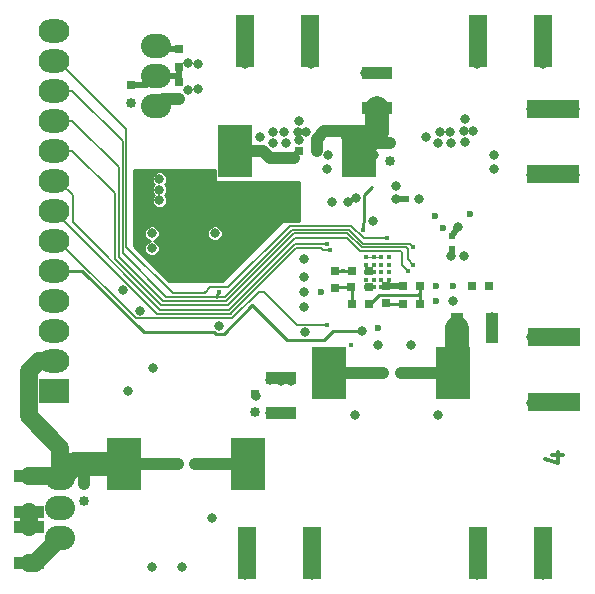
<source format=gbr>
G04 #@! TF.GenerationSoftware,KiCad,Pcbnew,5.0.2-bee76a0~70~ubuntu18.04.1*
G04 #@! TF.CreationDate,2020-07-03T21:26:00+02:00*
G04 #@! TF.ProjectId,lmx2594,6c6d7832-3539-4342-9e6b-696361645f70,rev?*
G04 #@! TF.SameCoordinates,PX463f660PY71d9820*
G04 #@! TF.FileFunction,Copper,L4,Bot*
G04 #@! TF.FilePolarity,Positive*
%FSLAX46Y46*%
G04 Gerber Fmt 4.6, Leading zero omitted, Abs format (unit mm)*
G04 Created by KiCad (PCBNEW 5.0.2-bee76a0~70~ubuntu18.04.1) date fre  3 jul 2020 21:26:00*
%MOMM*%
%LPD*%
G01*
G04 APERTURE LIST*
G04 #@! TA.AperFunction,NonConductor*
%ADD10C,0.300000*%
G04 #@! TD*
G04 #@! TA.AperFunction,ComponentPad*
%ADD11R,2.600000X2.000000*%
G04 #@! TD*
G04 #@! TA.AperFunction,ComponentPad*
%ADD12O,2.600000X2.000000*%
G04 #@! TD*
G04 #@! TA.AperFunction,SMDPad,CuDef*
%ADD13R,2.900680X4.500880*%
G04 #@! TD*
G04 #@! TA.AperFunction,ComponentPad*
%ADD14O,2.540000X2.032000*%
G04 #@! TD*
G04 #@! TA.AperFunction,SMDPad,CuDef*
%ADD15R,0.750000X0.800000*%
G04 #@! TD*
G04 #@! TA.AperFunction,SMDPad,CuDef*
%ADD16R,0.800000X0.750000*%
G04 #@! TD*
G04 #@! TA.AperFunction,SMDPad,CuDef*
%ADD17R,0.600000X0.500000*%
G04 #@! TD*
G04 #@! TA.AperFunction,SMDPad,CuDef*
%ADD18R,0.500000X0.600000*%
G04 #@! TD*
G04 #@! TA.AperFunction,SMDPad,CuDef*
%ADD19R,1.500000X4.500000*%
G04 #@! TD*
G04 #@! TA.AperFunction,SMDPad,CuDef*
%ADD20R,4.500000X1.500000*%
G04 #@! TD*
G04 #@! TA.AperFunction,SMDPad,CuDef*
%ADD21R,2.500000X1.000000*%
G04 #@! TD*
G04 #@! TA.AperFunction,SMDPad,CuDef*
%ADD22R,1.000000X2.500000*%
G04 #@! TD*
G04 #@! TA.AperFunction,ViaPad*
%ADD23C,0.800000*%
G04 #@! TD*
G04 #@! TA.AperFunction,ViaPad*
%ADD24C,0.450000*%
G04 #@! TD*
G04 #@! TA.AperFunction,ViaPad*
%ADD25C,0.600000*%
G04 #@! TD*
G04 #@! TA.AperFunction,Conductor*
%ADD26C,0.088900*%
G04 #@! TD*
G04 #@! TA.AperFunction,Conductor*
%ADD27C,0.500000*%
G04 #@! TD*
G04 #@! TA.AperFunction,Conductor*
%ADD28C,1.500000*%
G04 #@! TD*
G04 #@! TA.AperFunction,Conductor*
%ADD29C,1.000000*%
G04 #@! TD*
G04 #@! TA.AperFunction,Conductor*
%ADD30C,0.292100*%
G04 #@! TD*
G04 #@! TA.AperFunction,Conductor*
%ADD31C,2.000000*%
G04 #@! TD*
G04 #@! TA.AperFunction,Conductor*
%ADD32C,0.250000*%
G04 #@! TD*
G04 #@! TA.AperFunction,Conductor*
%ADD33C,0.205000*%
G04 #@! TD*
G04 #@! TA.AperFunction,Conductor*
%ADD34C,0.254000*%
G04 #@! TD*
G04 APERTURE END LIST*
D10*
X45652571Y10826715D02*
X46652571Y10826715D01*
X45081142Y10469572D02*
X46152571Y10112429D01*
X46152571Y11041000D01*
D11*
G04 #@! TO.P,J3,1*
G04 #@! TO.N,/VIN*
X3556000Y16256000D03*
D12*
G04 #@! TO.P,J3,2*
G04 #@! TO.N,/5V_unfilt*
X3556000Y18796000D03*
G04 #@! TO.P,J3,3*
G04 #@! TO.N,GND*
X3556000Y21336000D03*
G04 #@! TO.P,J3,4*
G04 #@! TO.N,/3V3*
X3556000Y23876000D03*
G04 #@! TO.P,J3,5*
G04 #@! TO.N,/SYNC*
X3556000Y26416000D03*
G04 #@! TO.P,J3,6*
G04 #@! TO.N,/CE*
X3556000Y28956000D03*
G04 #@! TO.P,J3,7*
G04 #@! TO.N,/RAMPDIR*
X3556000Y31496000D03*
G04 #@! TO.P,J3,8*
G04 #@! TO.N,/RAMPCLK*
X3556000Y34036000D03*
G04 #@! TO.P,J3,9*
G04 #@! TO.N,/SCK*
X3556000Y36576000D03*
G04 #@! TO.P,J3,10*
G04 #@! TO.N,/SDI*
X3556000Y39116000D03*
G04 #@! TO.P,J3,11*
G04 #@! TO.N,/MUX*
X3556000Y41656000D03*
G04 #@! TO.P,J3,12*
G04 #@! TO.N,/CSB*
X3556000Y44196000D03*
G04 #@! TO.P,J3,13*
G04 #@! TO.N,/SYSREFREQ*
X3556000Y46736000D03*
G04 #@! TD*
D13*
G04 #@! TO.P,L1,1*
G04 #@! TO.N,/3V3*
X26797000Y17780000D03*
G04 #@! TO.P,L1,2*
G04 #@! TO.N,/VRF*
X37297360Y17780000D03*
G04 #@! TD*
G04 #@! TO.P,L3,1*
G04 #@! TO.N,/5V_unfilt*
X9481820Y10033000D03*
G04 #@! TO.P,L3,2*
G04 #@! TO.N,/5V*
X19982180Y10033000D03*
G04 #@! TD*
G04 #@! TO.P,L5,1*
G04 #@! TO.N,/3V3*
X18836640Y36576000D03*
G04 #@! TO.P,L5,2*
G04 #@! TO.N,/VCC*
X29337000Y36576000D03*
G04 #@! TD*
D14*
G04 #@! TO.P,U1,2*
G04 #@! TO.N,GND*
X12192000Y42926000D03*
G04 #@! TO.P,U1,3*
G04 #@! TO.N,/9V*
X12192000Y45466000D03*
G04 #@! TO.P,U1,1*
G04 #@! TO.N,/VIN*
X12192000Y40386000D03*
G04 #@! TD*
D15*
G04 #@! TO.P,C2,2*
G04 #@! TO.N,GND*
X10033000Y42140000D03*
G04 #@! TO.P,C2,1*
G04 #@! TO.N,/VIN*
X10033000Y40640000D03*
G04 #@! TD*
G04 #@! TO.P,C3,2*
G04 #@! TO.N,GND*
X6096000Y6882000D03*
G04 #@! TO.P,C3,1*
G04 #@! TO.N,/5V_unfilt*
X6096000Y8382000D03*
G04 #@! TD*
G04 #@! TO.P,C6,2*
G04 #@! TO.N,GND*
X20574000Y15978000D03*
G04 #@! TO.P,C6,1*
G04 #@! TO.N,/5V*
X20574000Y14478000D03*
G04 #@! TD*
D16*
G04 #@! TO.P,C8,2*
G04 #@! TO.N,GND*
X40374000Y25146000D03*
G04 #@! TO.P,C8,1*
G04 #@! TO.N,/VRF*
X38874000Y25146000D03*
G04 #@! TD*
D15*
G04 #@! TO.P,C14,2*
G04 #@! TO.N,GND*
X32004000Y35699000D03*
G04 #@! TO.P,C14,1*
G04 #@! TO.N,/VCC*
X32004000Y37199000D03*
G04 #@! TD*
D16*
G04 #@! TO.P,C28,2*
G04 #@! TO.N,GND*
X30214000Y26416000D03*
G04 #@! TO.P,C28,1*
G04 #@! TO.N,/VTUNE*
X28714000Y26416000D03*
G04 #@! TD*
G04 #@! TO.P,C29,2*
G04 #@! TO.N,GND*
X30202000Y25019000D03*
G04 #@! TO.P,C29,1*
G04 #@! TO.N,Net-(C29-Pad1)*
X28702000Y25019000D03*
G04 #@! TD*
G04 #@! TO.P,C30,2*
G04 #@! TO.N,Net-(C30-Pad2)*
X33032000Y23622000D03*
G04 #@! TO.P,C30,1*
G04 #@! TO.N,/CPOUT*
X34532000Y23622000D03*
G04 #@! TD*
G04 #@! TO.P,C31,2*
G04 #@! TO.N,GND*
X33032000Y25146000D03*
G04 #@! TO.P,C31,1*
G04 #@! TO.N,/CPOUT*
X34532000Y25146000D03*
G04 #@! TD*
G04 #@! TO.P,R1,2*
G04 #@! TO.N,/5V_unfilt*
X13994000Y10033000D03*
G04 #@! TO.P,R1,1*
G04 #@! TO.N,/5V*
X15494000Y10033000D03*
G04 #@! TD*
G04 #@! TO.P,R2,2*
G04 #@! TO.N,/3V3*
X31369000Y17780000D03*
G04 #@! TO.P,R2,1*
G04 #@! TO.N,/VRF*
X32869000Y17780000D03*
G04 #@! TD*
G04 #@! TO.P,R7,2*
G04 #@! TO.N,/3V3*
X24269000Y36576000D03*
G04 #@! TO.P,R7,1*
G04 #@! TO.N,/VCC*
X25769000Y36576000D03*
G04 #@! TD*
D15*
G04 #@! TO.P,R14,2*
G04 #@! TO.N,/VTUNE*
X27305000Y26404000D03*
G04 #@! TO.P,R14,1*
G04 #@! TO.N,Net-(C29-Pad1)*
X27305000Y24904000D03*
G04 #@! TD*
D16*
G04 #@! TO.P,R15,2*
G04 #@! TO.N,Net-(C29-Pad1)*
X28714000Y23622000D03*
G04 #@! TO.P,R15,1*
G04 #@! TO.N,/CPOUT*
X30214000Y23622000D03*
G04 #@! TD*
D15*
G04 #@! TO.P,R17,2*
G04 #@! TO.N,Net-(C30-Pad2)*
X31623000Y23634000D03*
G04 #@! TO.P,R17,1*
G04 #@! TO.N,GND*
X31623000Y25134000D03*
G04 #@! TD*
D17*
G04 #@! TO.P,L7,1*
G04 #@! TO.N,/RFA_BIAS*
X33359000Y32512000D03*
G04 #@! TO.P,L7,2*
G04 #@! TO.N,/VRF*
X34459000Y32512000D03*
G04 #@! TD*
D18*
G04 #@! TO.P,L8,1*
G04 #@! TO.N,/RFB_BIAS*
X37211000Y28279000D03*
G04 #@! TO.P,L8,2*
G04 #@! TO.N,/VRF*
X37211000Y29379000D03*
G04 #@! TD*
D14*
G04 #@! TO.P,U4,2*
G04 #@! TO.N,GND*
X4064000Y6350000D03*
G04 #@! TO.P,U4,3*
G04 #@! TO.N,/5V_unfilt*
X4064000Y8890000D03*
G04 #@! TO.P,U4,1*
G04 #@! TO.N,/VIN*
X4064000Y3810000D03*
G04 #@! TD*
D19*
G04 #@! TO.P,J1,2*
G04 #@! TO.N,GND*
X25229000Y45879000D03*
X19729000Y45879000D03*
G04 #@! TD*
G04 #@! TO.P,J2,2*
G04 #@! TO.N,GND*
X44914000Y45879000D03*
X39414000Y45879000D03*
G04 #@! TD*
D20*
G04 #@! TO.P,J4,2*
G04 #@! TO.N,GND*
X45879000Y15284000D03*
X45879000Y20784000D03*
G04 #@! TD*
G04 #@! TO.P,J5,2*
G04 #@! TO.N,GND*
X45752000Y34588000D03*
X45752000Y40088000D03*
G04 #@! TD*
D19*
G04 #@! TO.P,J7,2*
G04 #@! TO.N,GND*
X19856000Y2508000D03*
X25356000Y2508000D03*
G04 #@! TD*
G04 #@! TO.P,J9,2*
G04 #@! TO.N,GND*
X39414000Y2508000D03*
X44914000Y2508000D03*
G04 #@! TD*
D15*
G04 #@! TO.P,C11,2*
G04 #@! TO.N,GND*
X14097000Y42406000D03*
G04 #@! TO.P,C11,1*
G04 #@! TO.N,/VIN*
X14097000Y40906000D03*
G04 #@! TD*
G04 #@! TO.P,C12,2*
G04 #@! TO.N,GND*
X14097000Y43688000D03*
G04 #@! TO.P,C12,1*
G04 #@! TO.N,/9V*
X14097000Y45188000D03*
G04 #@! TD*
D21*
G04 #@! TO.P,C1,1*
G04 #@! TO.N,/VIN*
X1397000Y1675000D03*
G04 #@! TO.P,C1,2*
G04 #@! TO.N,GND*
X1397000Y4675000D03*
G04 #@! TD*
G04 #@! TO.P,C4,1*
G04 #@! TO.N,/5V_unfilt*
X1397000Y8993000D03*
G04 #@! TO.P,C4,2*
G04 #@! TO.N,GND*
X1397000Y5993000D03*
G04 #@! TD*
G04 #@! TO.P,C5,1*
G04 #@! TO.N,/5V*
X22733000Y14351000D03*
G04 #@! TO.P,C5,2*
G04 #@! TO.N,GND*
X22733000Y17351000D03*
G04 #@! TD*
G04 #@! TO.P,C13,1*
G04 #@! TO.N,/VCC*
X30861000Y40156000D03*
G04 #@! TO.P,C13,2*
G04 #@! TO.N,GND*
X30861000Y43156000D03*
G04 #@! TD*
D22*
G04 #@! TO.P,C7,1*
G04 #@! TO.N,/VRF*
X37616000Y21590000D03*
G04 #@! TO.P,C7,2*
G04 #@! TO.N,GND*
X40616000Y21590000D03*
G04 #@! TD*
D23*
G04 #@! TO.N,GND*
X36044000Y14224000D03*
X28968000Y14224000D03*
D24*
X31242000Y25019000D03*
D23*
X24650000Y27432000D03*
X24662000Y23368000D03*
X24650000Y24638000D03*
X24650000Y25908000D03*
X37326000Y23876000D03*
X30988000Y20078000D03*
X33782000Y20078000D03*
D24*
X28702000Y20090000D03*
X31242000Y25654000D03*
X30607000Y26289000D03*
X29972000Y27559000D03*
X30607000Y27559000D03*
X31242000Y27559000D03*
X31877000Y27559000D03*
X29972000Y26924000D03*
X31877000Y26924000D03*
X31242000Y26924000D03*
X30607000Y26924000D03*
X29972000Y26289000D03*
X31877000Y26289000D03*
X31242000Y26289000D03*
X30607000Y25654000D03*
X31877000Y25654000D03*
X29972000Y25654000D03*
X29972000Y25019000D03*
X31877000Y25019000D03*
X30607000Y25019000D03*
D25*
X37326000Y25146000D03*
X40374000Y25146000D03*
X35756910Y31021013D03*
D23*
X44914000Y45879000D03*
X45752000Y40088000D03*
X39414000Y45879000D03*
X25229000Y45879000D03*
X19729000Y45879000D03*
X14859000Y43966000D03*
X14859000Y41735000D03*
X16446000Y33274000D03*
X9397376Y24764376D03*
X45879000Y20784000D03*
X45879000Y15284000D03*
X44914000Y2508000D03*
X39414000Y2508000D03*
X25356000Y2508000D03*
X19856000Y2508000D03*
X6096000Y6882000D03*
X24874000Y38191000D03*
X24164000Y38191000D03*
X22987000Y38143000D03*
X22098000Y38143000D03*
X24257000Y39116000D03*
X24257000Y37478002D03*
X23198000Y37211000D03*
X38963000Y38227000D03*
X38253000Y38227000D03*
X38354000Y37338000D03*
X38354000Y39243000D03*
X37168000Y37211000D03*
X37084000Y38143000D03*
X36195000Y38143000D03*
X45752000Y34588000D03*
X22733000Y17106950D03*
X20651845Y15783626D03*
X32512000Y33570000D03*
X38269000Y27686000D03*
X1397000Y4675000D03*
X1397000Y5993000D03*
X30861000Y43156000D03*
X32004000Y35699000D03*
X40616000Y21590000D03*
X14478000Y27686000D03*
X15367000Y27686000D03*
X13589000Y27686000D03*
X13589000Y26797000D03*
X14478000Y26797000D03*
X15367000Y26797000D03*
X15367000Y28575000D03*
X14478000Y28575000D03*
X13589000Y28575000D03*
X16383000Y32385000D03*
X16383000Y34163000D03*
X19685000Y43942000D03*
X19685000Y44958000D03*
X19685000Y47625000D03*
X19685000Y46736000D03*
X25273000Y47625000D03*
X25273000Y46736000D03*
X25273000Y44958000D03*
X25273000Y43942000D03*
X29090949Y32569910D03*
X28414987Y32188910D03*
X27017987Y32188910D03*
X39370000Y47625000D03*
X39370000Y43942000D03*
X39370000Y44958000D03*
X39370000Y46736000D03*
X44958000Y47625000D03*
X44958000Y43942000D03*
X44958000Y44958000D03*
X44958000Y46736000D03*
X47625000Y40132000D03*
X46736000Y40132000D03*
X43942000Y40132000D03*
X44831000Y40132000D03*
X47625000Y34544000D03*
X43942000Y34544000D03*
X44831000Y34544000D03*
X46736000Y34544000D03*
X47625000Y20828000D03*
X43942000Y20828000D03*
X44831000Y20828000D03*
X46736000Y20828000D03*
X47625000Y15240000D03*
X46736000Y15240000D03*
X44831000Y15240000D03*
X43942000Y15240000D03*
X44958000Y635000D03*
X44958000Y1524000D03*
X44958000Y4318000D03*
X44958000Y3429000D03*
X39370000Y635000D03*
X39370000Y1524000D03*
X39370000Y3429000D03*
X39370000Y4318000D03*
X25400000Y635000D03*
X25400000Y1524000D03*
X25400000Y4318000D03*
X25400000Y3429000D03*
X19685000Y635000D03*
X19685000Y1524000D03*
X19685000Y3429000D03*
X19685000Y4318000D03*
X15748000Y43942000D03*
X15748000Y41783000D03*
X11938000Y18161000D03*
X23622000Y17106950D03*
X21844000Y17145000D03*
X31750000Y43180000D03*
X29845000Y43180000D03*
X40640000Y22479000D03*
X40640000Y20701000D03*
X9779000Y16256000D03*
X14351000Y1294000D03*
X11811000Y1294000D03*
X16891000Y5461000D03*
X26670000Y35052000D03*
X40767000Y36195000D03*
X40767000Y35052000D03*
G04 #@! TO.N,/VIN*
X10033000Y40640000D03*
D25*
G04 #@! TO.N,/VRF*
X38874000Y25146000D03*
D23*
X37297360Y17780000D03*
X37338000Y18923000D03*
D25*
X38711000Y31242000D03*
D23*
X37297360Y17780000D03*
X37338000Y16764000D03*
X34459000Y32512000D03*
X37719000Y30099000D03*
D25*
G04 #@! TO.N,/VCC*
X35826000Y23876000D03*
X26150000Y24638000D03*
D23*
X30532015Y30659015D03*
D25*
X35826000Y25146000D03*
D23*
X24765000Y21209000D03*
D25*
X36494910Y30005013D03*
X30988000Y21578000D03*
D23*
X30607000Y36195000D03*
X29845000Y36195000D03*
X28956000Y36195000D03*
G04 #@! TO.N,GND*
X26718782Y36185304D03*
D24*
G04 #@! TO.N,/MUX*
X33941998Y28412000D03*
X17526000Y24564500D03*
G04 #@! TO.N,/RAMPDIR*
X26928043Y28185914D03*
G04 #@! TO.N,/RAMPCLK*
X26670000Y28702000D03*
G04 #@! TO.N,/SCK*
X33528000Y26416000D03*
G04 #@! TO.N,/SDI*
X33941998Y26912000D03*
G04 #@! TO.N,/CSB*
X31738000Y29162000D03*
G04 #@! TO.N,/CE*
X26670000Y21844000D03*
D23*
G04 #@! TO.N,/SYNC*
X29604002Y21320492D03*
G04 #@! TO.N,/3V3*
X26797000Y17780000D03*
X12446000Y33274000D03*
X11811000Y28321000D03*
X11811000Y29591000D03*
X17526000Y21752980D03*
X12446000Y32385000D03*
X12446000Y34163000D03*
X26797000Y18923000D03*
X26797000Y16764000D03*
X18796000Y36576000D03*
X18796000Y37973000D03*
X18796000Y35306000D03*
G04 #@! TO.N,/RFA_BIAS*
X32512000Y32470000D03*
G04 #@! TO.N,/RFB_BIAS*
X37169000Y27686000D03*
D24*
G04 #@! TO.N,/VTUNE*
X27988000Y26412000D03*
G04 #@! TO.N,/CPOUT*
X34532000Y24389000D03*
D23*
G04 #@! TO.N,/5V*
X19982180Y10033000D03*
X17145000Y29591000D03*
X10795000Y23011980D03*
X20574000Y14478000D03*
X22733000Y14351000D03*
X19939000Y8890000D03*
X19939000Y11303000D03*
X23622000Y14351000D03*
X21844000Y14351000D03*
G04 #@! TO.N,/9V*
X22098000Y37211000D03*
X36068000Y37211000D03*
X35052000Y37743000D03*
X20955000Y37743000D03*
D24*
G04 #@! TO.N,Net-(U3-Pad28)*
X29718000Y29845000D03*
G04 #@! TD*
D26*
G04 #@! TO.N,GND*
X30480000Y27588979D02*
X30988000Y27588979D01*
X29972000Y27588979D02*
X30480000Y27588979D01*
D27*
X32004000Y25146000D02*
X31877000Y25019000D01*
X33032000Y25146000D02*
X32004000Y25146000D01*
X11406000Y42140000D02*
X12192000Y42926000D01*
X10033000Y42140000D02*
X11406000Y42140000D01*
X13962000Y42926000D02*
X14097000Y42926000D01*
X12192000Y42926000D02*
X13962000Y42926000D01*
X14097000Y43688000D02*
X14097000Y42926000D01*
X14097000Y42926000D02*
X14097000Y42406000D01*
X22733000Y17351000D02*
X22733000Y17106950D01*
X20574000Y15978000D02*
X20574000Y15861471D01*
X20574000Y15861471D02*
X20651845Y15783626D01*
D28*
X1397000Y4675000D02*
X1397000Y5993000D01*
D27*
X19685000Y43942000D02*
X19685000Y44958000D01*
X19685000Y47625000D02*
X19685000Y46736000D01*
X25273000Y47625000D02*
X25273000Y46736000D01*
X25229000Y45879000D02*
X25229000Y43986000D01*
X25229000Y43986000D02*
X25273000Y43942000D01*
X39370000Y47625000D02*
X39370000Y43942000D01*
X39370000Y44958000D02*
X39370000Y46736000D01*
X44958000Y47625000D02*
X44958000Y43942000D01*
X44958000Y44958000D02*
X44958000Y46736000D01*
X47625000Y40132000D02*
X46736000Y40132000D01*
X43942000Y40132000D02*
X44831000Y40132000D01*
X47625000Y34544000D02*
X43942000Y34544000D01*
X44831000Y34544000D02*
X46736000Y34544000D01*
X47625000Y20828000D02*
X43942000Y20828000D01*
X44831000Y20828000D02*
X46736000Y20828000D01*
X47625000Y15240000D02*
X46736000Y15240000D01*
X44831000Y15240000D02*
X43942000Y15240000D01*
X44914000Y2508000D02*
X44914000Y4274000D01*
X44914000Y4274000D02*
X44958000Y4318000D01*
X39414000Y2508000D02*
X39414000Y679000D01*
X39414000Y679000D02*
X39370000Y635000D01*
X39370000Y1524000D02*
X39370000Y3429000D01*
X25356000Y2508000D02*
X25356000Y679000D01*
X25356000Y679000D02*
X25400000Y635000D01*
X25400000Y1524000D02*
X25400000Y4318000D01*
X19856000Y2508000D02*
X19856000Y806000D01*
X19856000Y806000D02*
X19685000Y635000D01*
X19685000Y1524000D02*
X19685000Y3429000D01*
X22733000Y17351000D02*
X23377950Y17351000D01*
X23377950Y17351000D02*
X23622000Y17106950D01*
X22733000Y17351000D02*
X22050000Y17351000D01*
X22050000Y17351000D02*
X21844000Y17145000D01*
X30861000Y43156000D02*
X31726000Y43156000D01*
X31726000Y43156000D02*
X31750000Y43180000D01*
X30861000Y43156000D02*
X29869000Y43156000D01*
X29869000Y43156000D02*
X29845000Y43180000D01*
X40616000Y21590000D02*
X40616000Y22455000D01*
X40616000Y22455000D02*
X40640000Y22479000D01*
X40616000Y21590000D02*
X40616000Y20725000D01*
X40616000Y20725000D02*
X40640000Y20701000D01*
D28*
G04 #@! TO.N,/VIN*
X1929000Y1675000D02*
X4064000Y3810000D01*
X1397000Y1675000D02*
X1929000Y1675000D01*
D29*
X12712000Y40906000D02*
X12192000Y40386000D01*
X14097000Y40906000D02*
X12712000Y40906000D01*
D30*
G04 #@! TO.N,/VRF*
X37297360Y17780000D02*
X37297360Y18882360D01*
X37297360Y18882360D02*
X37338000Y18923000D01*
X37297360Y17780000D02*
X37297360Y16677640D01*
X37805360Y18963640D02*
X37846000Y18923000D01*
D29*
X32869000Y17780000D02*
X37297360Y17780000D01*
D31*
X37616000Y21590000D02*
X37616000Y18098640D01*
X37616000Y18098640D02*
X37297360Y17780000D01*
D27*
X37229000Y29379000D02*
X37211000Y29379000D01*
X37719000Y30099000D02*
X37229000Y29379000D01*
D30*
G04 #@! TO.N,/VCC*
X30312360Y36576000D02*
X30312360Y37424360D01*
X30312360Y37424360D02*
X31242000Y38354000D01*
D32*
X29337000Y36576000D02*
X30226000Y36576000D01*
X30226000Y36576000D02*
X30607000Y36195000D01*
X30607000Y36195000D02*
X29845000Y36195000D01*
X29337000Y36576000D02*
X28956000Y36195000D01*
D29*
X29960000Y37199000D02*
X29337000Y36576000D01*
X32004000Y37199000D02*
X29960000Y37199000D01*
D31*
X30861000Y38100000D02*
X29337000Y36576000D01*
X30861000Y40156000D02*
X30861000Y38100000D01*
D29*
X25769000Y36576000D02*
X25769000Y37580000D01*
X25769000Y37580000D02*
X26416000Y38227000D01*
X26416000Y38227000D02*
X28321000Y38227000D01*
X28321000Y37719000D02*
X29718000Y36322000D01*
X28321000Y38227000D02*
X28321000Y37719000D01*
D30*
G04 #@! TO.N,Net-(C29-Pad1)*
X28714000Y25007000D02*
X28702000Y25019000D01*
X28714000Y23622000D02*
X28714000Y25007000D01*
X27420000Y25019000D02*
X27305000Y24904000D01*
X28702000Y25019000D02*
X27420000Y25019000D01*
G04 #@! TO.N,Net-(C30-Pad2)*
X31635000Y23622000D02*
X31623000Y23634000D01*
X33032000Y23622000D02*
X31635000Y23622000D01*
D33*
G04 #@! TO.N,/MUX*
X28526010Y29893990D02*
X23675184Y29893990D01*
X33941998Y28412000D02*
X33646499Y28707499D01*
X29712501Y28707499D02*
X28526010Y29893990D01*
X23675184Y29893990D02*
X17965684Y24184489D01*
X33646499Y28707499D02*
X29712501Y28707499D01*
X17965684Y24184489D02*
X17217511Y24184489D01*
D32*
X17301001Y24339501D02*
X17301001Y24267979D01*
X17526000Y24564500D02*
X17301001Y24339501D01*
X17301001Y24267979D02*
X17240011Y24206989D01*
D33*
X17217511Y24184489D02*
X17240011Y24206989D01*
X3556000Y41656000D02*
X5061000Y41656000D01*
X9319990Y37397010D02*
X9319990Y27891010D01*
X5061000Y41656000D02*
X9319990Y37397010D01*
X17197076Y24204924D02*
X17217511Y24184489D01*
X13006076Y24204924D02*
X17197076Y24204924D01*
X9319990Y27891010D02*
X13006076Y24204924D01*
G04 #@! TO.N,/RAMPDIR*
X26928043Y28185914D02*
X26323576Y28185914D01*
X26323576Y28185914D02*
X26162000Y28347490D01*
X24038635Y28347490D02*
X18450635Y22759490D01*
X26162000Y28347490D02*
X24038635Y28347490D01*
X12270010Y22781990D02*
X18493010Y22781990D01*
X3556000Y31496000D02*
X12270010Y22781990D01*
G04 #@! TO.N,/RAMPCLK*
X23891793Y28702000D02*
X18303793Y23114000D01*
X26670000Y28702000D02*
X23891793Y28702000D01*
X12484467Y23114000D02*
X18303793Y23114000D01*
X5085510Y30512957D02*
X12484467Y23114000D01*
X5085510Y32806490D02*
X5085510Y30512957D01*
X3856000Y34036000D02*
X5085510Y32806490D01*
X3556000Y34036000D02*
X3856000Y34036000D01*
G04 #@! TO.N,/SCK*
X28232467Y29210000D02*
X23930260Y29210000D01*
X28272010Y29170457D02*
X28232467Y29210000D01*
X33528000Y26416000D02*
X33020000Y26924000D01*
X29437455Y28043479D02*
X28310477Y29170457D01*
X33020000Y26924000D02*
X33020000Y27940000D01*
X33020000Y27940000D02*
X32916521Y28043479D01*
X23930260Y29210000D02*
X18240730Y23520469D01*
X32916521Y28043479D02*
X29437455Y28043479D01*
X28310477Y29170457D02*
X28272010Y29170457D01*
X8655970Y32981030D02*
X8655970Y27412030D01*
X3556000Y36576000D02*
X5061000Y36576000D01*
X5061000Y36576000D02*
X8655970Y32981030D01*
X12547531Y23520469D02*
X18240730Y23520469D01*
X8655970Y27412030D02*
X12547531Y23520469D01*
G04 #@! TO.N,/SDI*
X28409533Y29502467D02*
X28350020Y29561980D01*
X33941998Y26912000D02*
X33487497Y27366501D01*
X23812707Y29561980D02*
X18103207Y23852479D01*
X28448000Y29502467D02*
X28409533Y29502467D01*
X33487497Y27366501D02*
X33487497Y28234503D01*
X33487497Y28234503D02*
X33346511Y28375489D01*
X33346511Y28375489D02*
X29574978Y28375489D01*
X28350020Y29561980D02*
X23812707Y29561980D01*
X29574978Y28375489D02*
X28448000Y29502467D01*
X8987980Y35189020D02*
X8987980Y27588020D01*
X3556000Y39116000D02*
X5061000Y39116000D01*
X5061000Y39116000D02*
X8987980Y35189020D01*
X12723521Y23852479D02*
X18103207Y23852479D01*
X8987980Y27588020D02*
X12723521Y23852479D01*
G04 #@! TO.N,/CSB*
X29744338Y29162000D02*
X28680338Y30226000D01*
X18288000Y25019000D02*
X16764000Y25019000D01*
X28680338Y30226000D02*
X23537662Y30226000D01*
X31738000Y29162000D02*
X29744338Y29162000D01*
X23537662Y30226000D02*
X18288000Y25019000D01*
X16764000Y25019000D02*
X16281934Y24536934D01*
X16281934Y24536934D02*
X16244368Y24574500D01*
X16281934Y24536934D02*
X13563066Y24536934D01*
X13563066Y24536934D02*
X9652000Y28448000D01*
X3856000Y44196000D02*
X3556000Y44196000D01*
X9652000Y38400000D02*
X3856000Y44196000D01*
X9652000Y28448000D02*
X9652000Y38400000D01*
G04 #@! TO.N,/CE*
X3856000Y28956000D02*
X3556000Y28956000D01*
X26670000Y21844000D02*
X24130000Y21844000D01*
X21336000Y24638000D02*
X20862317Y24638000D01*
X20862317Y24638000D02*
X18606797Y22382480D01*
X24130000Y21844000D02*
X21336000Y24638000D01*
X18606797Y22382480D02*
X10429520Y22382480D01*
X10429520Y22382480D02*
X3856000Y28956000D01*
D32*
G04 #@! TO.N,/SYNC*
X5894648Y26416000D02*
X11101648Y21209000D01*
X3556000Y26416000D02*
X5894648Y26416000D01*
X17105018Y21209000D02*
X17232018Y21082000D01*
X11101648Y21209000D02*
X17105018Y21209000D01*
X17232018Y21082000D02*
X17907000Y21082000D01*
X17907000Y21082000D02*
X20320000Y23495000D01*
X23258001Y20556999D02*
X26398999Y20556999D01*
X20320000Y23495000D02*
X23258001Y20556999D01*
X26398999Y20556999D02*
X27162492Y21320492D01*
X27162492Y21320492D02*
X29604002Y21320492D01*
D29*
G04 #@! TO.N,/3V3*
X31369000Y17780000D02*
X26797000Y17780000D01*
X21213038Y36576000D02*
X21848038Y35941000D01*
X18836640Y36576000D02*
X21213038Y36576000D01*
X21848038Y35941000D02*
X23876000Y35941000D01*
D27*
X23876000Y36183000D02*
X24269000Y36576000D01*
X23876000Y35941000D02*
X23876000Y36183000D01*
X18836640Y36576000D02*
X18836640Y36108640D01*
X18836640Y36108640D02*
X18161000Y35433000D01*
X26797000Y17780000D02*
X26797000Y18923000D01*
D28*
X18836640Y36576000D02*
X18796000Y36576000D01*
X18796000Y36576000D02*
X18796000Y37973000D01*
X18796000Y36576000D02*
X18796000Y35306000D01*
D27*
G04 #@! TO.N,/RFA_BIAS*
X32554000Y32512000D02*
X32512000Y32470000D01*
X33359000Y32512000D02*
X32554000Y32512000D01*
G04 #@! TO.N,/RFB_BIAS*
X37211000Y27728000D02*
X37169000Y27686000D01*
X37211000Y28279000D02*
X37211000Y27728000D01*
D30*
G04 #@! TO.N,/VTUNE*
X28702000Y26404000D02*
X28714000Y26416000D01*
X27305000Y26404000D02*
X28702000Y26404000D01*
G04 #@! TO.N,/CPOUT*
X30239000Y23622000D02*
X31001000Y24384000D01*
X30214000Y23622000D02*
X30239000Y23622000D01*
X34532000Y25146000D02*
X34532000Y24384000D01*
X34532000Y24384000D02*
X34532000Y23622000D01*
X31001000Y24384000D02*
X34532000Y24389000D01*
X34532000Y24389000D02*
X34532000Y24384000D01*
D31*
G04 #@! TO.N,/5V_unfilt*
X5207000Y10033000D02*
X4064000Y8890000D01*
D29*
X6096000Y9906000D02*
X6223000Y10033000D01*
D31*
X9481820Y10033000D02*
X6223000Y10033000D01*
D29*
X6096000Y8382000D02*
X6096000Y9906000D01*
D31*
X6223000Y10033000D02*
X5207000Y10033000D01*
D29*
X13994000Y10033000D02*
X9481820Y10033000D01*
D28*
X4064000Y11406000D02*
X4064000Y8890000D01*
X1378999Y14091001D02*
X4064000Y11406000D01*
X1378999Y17957601D02*
X1378999Y14091001D01*
X2217398Y18796000D02*
X1378999Y17957601D01*
X3556000Y18796000D02*
X2217398Y18796000D01*
X3961000Y8993000D02*
X4064000Y8890000D01*
X1397000Y8993000D02*
X3961000Y8993000D01*
D29*
G04 #@! TO.N,/5V*
X15494000Y10033000D02*
X19982180Y10033000D01*
D27*
X19982180Y10033000D02*
X19982180Y8933180D01*
X19982180Y8933180D02*
X19939000Y8890000D01*
X19982180Y10033000D02*
X19982180Y11259820D01*
X19982180Y11259820D02*
X19939000Y11303000D01*
X22733000Y14351000D02*
X23622000Y14351000D01*
X22733000Y14351000D02*
X21844000Y14351000D01*
G04 #@! TO.N,/9V*
X12470000Y45188000D02*
X12192000Y45466000D01*
X14097000Y45188000D02*
X12470000Y45188000D01*
D30*
G04 #@! TO.N,Net-(U3-Pad28)*
X29763999Y30525999D02*
X29763999Y32811999D01*
X29763999Y32811999D02*
X30480000Y33528000D01*
D32*
X29718000Y30480000D02*
X29763999Y30525999D01*
X29718000Y29845000D02*
X29718000Y30480000D01*
G04 #@! TD*
D34*
G04 #@! TO.N,GND*
G36*
X17127324Y34325560D02*
X17145000Y34236695D01*
X17145000Y34036000D01*
X17154667Y33987399D01*
X17182197Y33946197D01*
X17223399Y33918667D01*
X17272000Y33909000D01*
X24257000Y33909000D01*
X24257000Y30607000D01*
X22860000Y30607000D01*
X22811399Y30597333D01*
X22770197Y30569803D01*
X17727394Y25527000D01*
X13260606Y25527000D01*
X10287000Y28500606D01*
X10287000Y29721089D01*
X11157000Y29721089D01*
X11157000Y29460911D01*
X11256565Y29220539D01*
X11440539Y29036565D01*
X11635041Y28956000D01*
X11440539Y28875435D01*
X11256565Y28691461D01*
X11157000Y28451089D01*
X11157000Y28190911D01*
X11256565Y27950539D01*
X11440539Y27766565D01*
X11680911Y27667000D01*
X11941089Y27667000D01*
X12181461Y27766565D01*
X12365435Y27950539D01*
X12465000Y28190911D01*
X12465000Y28451089D01*
X12365435Y28691461D01*
X12181461Y28875435D01*
X11986959Y28956000D01*
X12181461Y29036565D01*
X12365435Y29220539D01*
X12465000Y29460911D01*
X12465000Y29721089D01*
X16491000Y29721089D01*
X16491000Y29460911D01*
X16590565Y29220539D01*
X16774539Y29036565D01*
X17014911Y28937000D01*
X17275089Y28937000D01*
X17515461Y29036565D01*
X17699435Y29220539D01*
X17799000Y29460911D01*
X17799000Y29721089D01*
X17699435Y29961461D01*
X17515461Y30145435D01*
X17275089Y30245000D01*
X17014911Y30245000D01*
X16774539Y30145435D01*
X16590565Y29961461D01*
X16491000Y29721089D01*
X12465000Y29721089D01*
X12365435Y29961461D01*
X12181461Y30145435D01*
X11941089Y30245000D01*
X11680911Y30245000D01*
X11440539Y30145435D01*
X11256565Y29961461D01*
X11157000Y29721089D01*
X10287000Y29721089D01*
X10287000Y34293089D01*
X11792000Y34293089D01*
X11792000Y34032911D01*
X11891565Y33792539D01*
X11965604Y33718500D01*
X11891565Y33644461D01*
X11792000Y33404089D01*
X11792000Y33143911D01*
X11891565Y32903539D01*
X11965604Y32829500D01*
X11891565Y32755461D01*
X11792000Y32515089D01*
X11792000Y32254911D01*
X11891565Y32014539D01*
X12075539Y31830565D01*
X12315911Y31731000D01*
X12576089Y31731000D01*
X12816461Y31830565D01*
X13000435Y32014539D01*
X13100000Y32254911D01*
X13100000Y32515089D01*
X13000435Y32755461D01*
X12926396Y32829500D01*
X13000435Y32903539D01*
X13100000Y33143911D01*
X13100000Y33404089D01*
X13000435Y33644461D01*
X12926396Y33718500D01*
X13000435Y33792539D01*
X13100000Y34032911D01*
X13100000Y34293089D01*
X13000435Y34533461D01*
X12816461Y34717435D01*
X12576089Y34817000D01*
X12315911Y34817000D01*
X12075539Y34717435D01*
X11891565Y34533461D01*
X11792000Y34293089D01*
X10287000Y34293089D01*
X10287000Y34925000D01*
X17127324Y34925000D01*
X17127324Y34325560D01*
X17127324Y34325560D01*
G37*
X17127324Y34325560D02*
X17145000Y34236695D01*
X17145000Y34036000D01*
X17154667Y33987399D01*
X17182197Y33946197D01*
X17223399Y33918667D01*
X17272000Y33909000D01*
X24257000Y33909000D01*
X24257000Y30607000D01*
X22860000Y30607000D01*
X22811399Y30597333D01*
X22770197Y30569803D01*
X17727394Y25527000D01*
X13260606Y25527000D01*
X10287000Y28500606D01*
X10287000Y29721089D01*
X11157000Y29721089D01*
X11157000Y29460911D01*
X11256565Y29220539D01*
X11440539Y29036565D01*
X11635041Y28956000D01*
X11440539Y28875435D01*
X11256565Y28691461D01*
X11157000Y28451089D01*
X11157000Y28190911D01*
X11256565Y27950539D01*
X11440539Y27766565D01*
X11680911Y27667000D01*
X11941089Y27667000D01*
X12181461Y27766565D01*
X12365435Y27950539D01*
X12465000Y28190911D01*
X12465000Y28451089D01*
X12365435Y28691461D01*
X12181461Y28875435D01*
X11986959Y28956000D01*
X12181461Y29036565D01*
X12365435Y29220539D01*
X12465000Y29460911D01*
X12465000Y29721089D01*
X16491000Y29721089D01*
X16491000Y29460911D01*
X16590565Y29220539D01*
X16774539Y29036565D01*
X17014911Y28937000D01*
X17275089Y28937000D01*
X17515461Y29036565D01*
X17699435Y29220539D01*
X17799000Y29460911D01*
X17799000Y29721089D01*
X17699435Y29961461D01*
X17515461Y30145435D01*
X17275089Y30245000D01*
X17014911Y30245000D01*
X16774539Y30145435D01*
X16590565Y29961461D01*
X16491000Y29721089D01*
X12465000Y29721089D01*
X12365435Y29961461D01*
X12181461Y30145435D01*
X11941089Y30245000D01*
X11680911Y30245000D01*
X11440539Y30145435D01*
X11256565Y29961461D01*
X11157000Y29721089D01*
X10287000Y29721089D01*
X10287000Y34293089D01*
X11792000Y34293089D01*
X11792000Y34032911D01*
X11891565Y33792539D01*
X11965604Y33718500D01*
X11891565Y33644461D01*
X11792000Y33404089D01*
X11792000Y33143911D01*
X11891565Y32903539D01*
X11965604Y32829500D01*
X11891565Y32755461D01*
X11792000Y32515089D01*
X11792000Y32254911D01*
X11891565Y32014539D01*
X12075539Y31830565D01*
X12315911Y31731000D01*
X12576089Y31731000D01*
X12816461Y31830565D01*
X13000435Y32014539D01*
X13100000Y32254911D01*
X13100000Y32515089D01*
X13000435Y32755461D01*
X12926396Y32829500D01*
X13000435Y32903539D01*
X13100000Y33143911D01*
X13100000Y33404089D01*
X13000435Y33644461D01*
X12926396Y33718500D01*
X13000435Y33792539D01*
X13100000Y34032911D01*
X13100000Y34293089D01*
X13000435Y34533461D01*
X12816461Y34717435D01*
X12576089Y34817000D01*
X12315911Y34817000D01*
X12075539Y34717435D01*
X11891565Y34533461D01*
X11792000Y34293089D01*
X10287000Y34293089D01*
X10287000Y34925000D01*
X17127324Y34925000D01*
X17127324Y34325560D01*
G04 #@! TD*
M02*

</source>
